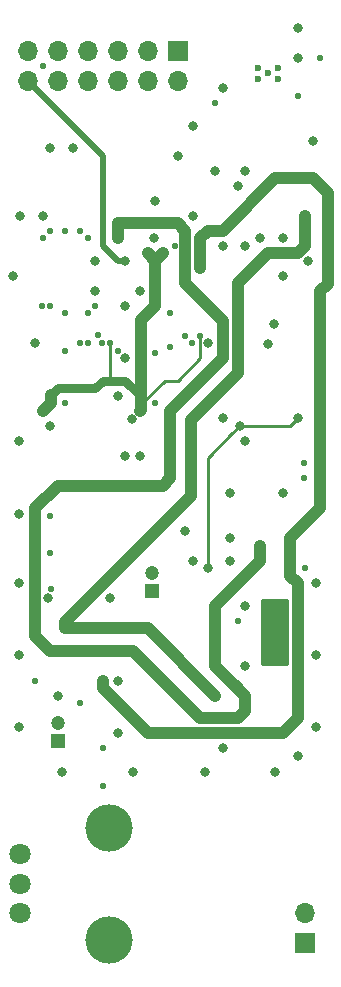
<source format=gbr>
%TF.GenerationSoftware,KiCad,Pcbnew,(5.1.5)-3*%
%TF.CreationDate,2020-11-01T10:25:43+01:00*%
%TF.ProjectId,PmodADC,506d6f64-4144-4432-9e6b-696361645f70,v0.2*%
%TF.SameCoordinates,Original*%
%TF.FileFunction,Copper,L2,Inr*%
%TF.FilePolarity,Positive*%
%FSLAX46Y46*%
G04 Gerber Fmt 4.6, Leading zero omitted, Abs format (unit mm)*
G04 Created by KiCad (PCBNEW (5.1.5)-3) date 2020-11-01 10:25:43*
%MOMM*%
%LPD*%
G04 APERTURE LIST*
%TA.AperFunction,ViaPad*%
%ADD10C,0.600000*%
%TD*%
%TA.AperFunction,WasherPad*%
%ADD11C,4.000000*%
%TD*%
%TA.AperFunction,ViaPad*%
%ADD12C,1.800000*%
%TD*%
%TA.AperFunction,ViaPad*%
%ADD13O,1.700000X1.700000*%
%TD*%
%TA.AperFunction,ViaPad*%
%ADD14R,1.700000X1.700000*%
%TD*%
%TA.AperFunction,ViaPad*%
%ADD15C,1.200000*%
%TD*%
%TA.AperFunction,ViaPad*%
%ADD16R,1.200000X1.200000*%
%TD*%
%TA.AperFunction,ViaPad*%
%ADD17C,0.550000*%
%TD*%
%TA.AperFunction,ViaPad*%
%ADD18C,0.800000*%
%TD*%
%TA.AperFunction,Conductor*%
%ADD19C,0.500000*%
%TD*%
%TA.AperFunction,Conductor*%
%ADD20C,0.250000*%
%TD*%
%TA.AperFunction,Conductor*%
%ADD21C,1.000000*%
%TD*%
%TA.AperFunction,Conductor*%
%ADD22C,0.750000*%
%TD*%
%TA.AperFunction,Conductor*%
%ADD23C,0.254000*%
%TD*%
G04 APERTURE END LIST*
D10*
%TO.N,GND*%
%TO.C,U4*%
X-112395000Y-23495000D03*
X-113255000Y-23975000D03*
X-111535000Y-23975000D03*
X-113255000Y-23015000D03*
X-111535000Y-23015000D03*
%TD*%
D11*
%TO.N,*%
%TO.C,R40*%
X-125850000Y-96865000D03*
X-125850000Y-87365000D03*
D12*
%TO.N,Net-(R40-Pad1)*%
X-133350000Y-94615000D03*
%TO.N,Net-(R39-Pad2)*%
X-133350000Y-92115000D03*
%TO.N,N/C*%
X-133350000Y-89615000D03*
%TD*%
D13*
%TO.N,+3V3*%
%TO.C,J3*%
X-132715000Y-24130000D03*
X-132715000Y-21590000D03*
%TO.N,GNDA*%
X-130175000Y-24130000D03*
%TO.N,GND*%
X-130175000Y-21590000D03*
%TO.N,/COMP_3V*%
X-127635000Y-24130000D03*
%TO.N,/S&H_3V*%
X-127635000Y-21590000D03*
%TO.N,/COMP_L_3V*%
X-125095000Y-24130000D03*
%TO.N,/ADC_S_3V*%
X-125095000Y-21590000D03*
%TO.N,Net-(J3-Pad4)*%
X-122555000Y-24130000D03*
%TO.N,/ADC_C_3V*%
X-122555000Y-21590000D03*
%TO.N,Net-(J3-Pad2)*%
X-120015000Y-24130000D03*
D14*
%TO.N,/ADC_L_3V*%
X-120015000Y-21590000D03*
%TD*%
D13*
%TO.N,Net-(C16-Pad1)*%
%TO.C,J1*%
X-109220000Y-94615000D03*
D14*
%TO.N,GNDA*%
X-109220000Y-97155000D03*
%TD*%
D15*
%TO.N,Net-(C23-Pad1)*%
%TO.C,C26*%
X-122174000Y-65810000D03*
D16*
%TO.N,Net-(C26-Pad1)*%
X-122174000Y-67310000D03*
%TD*%
%TO.N,Net-(C16-Pad1)*%
%TO.C,C16*%
X-130175000Y-80010000D03*
D15*
%TO.N,/DI*%
X-130175000Y-78510000D03*
%TD*%
D17*
%TO.N,GND*%
X-127635000Y-46355000D03*
D18*
X-133985000Y-40640000D03*
X-127000000Y-39370000D03*
X-124460000Y-43180000D03*
X-123190000Y-41910000D03*
X-132080000Y-46355000D03*
X-125095000Y-50800000D03*
X-124460000Y-47625000D03*
X-116205000Y-24765000D03*
X-116840000Y-31750000D03*
X-114300000Y-31750000D03*
X-108585000Y-29210000D03*
X-109855000Y-22225000D03*
X-109855000Y-19685000D03*
X-127000000Y-41930010D03*
X-117454990Y-46355000D03*
X-131445000Y-35560000D03*
X-133350000Y-35560000D03*
X-130810000Y-29845000D03*
X-128905000Y-29845000D03*
%TO.N,+3V3*%
X-124460000Y-39370000D03*
%TO.N,/Vref_5V*%
X-123190000Y-55880000D03*
X-109855000Y-52705000D03*
X-117475000Y-65405000D03*
X-114784948Y-53340000D03*
D17*
%TO.N,Net-(C16-Pad1)*%
X-126365000Y-83820000D03*
X-126365000Y-80645000D03*
D18*
%TO.N,+5VA*%
X-125095000Y-37465000D03*
X-125095000Y-36195000D03*
X-113030000Y-63500000D03*
D17*
%TO.N,Net-(C23-Pad1)*%
X-130810000Y-64135000D03*
X-130765394Y-67191974D03*
D18*
%TO.N,+9V*%
X-129540000Y-70485000D03*
X-116840000Y-76200000D03*
X-109220000Y-35560000D03*
X-109220000Y-36830000D03*
X-114935000Y-48895000D03*
X-109220000Y-38100000D03*
%TO.N,-5V*%
X-126365000Y-74930000D03*
D17*
X-109855000Y-78105000D03*
D18*
X-118110000Y-40005000D03*
X-118110000Y-38735000D03*
X-118110000Y-37465000D03*
D17*
%TO.N,+5V*%
X-118110000Y-45720000D03*
X-125730000Y-46355000D03*
D18*
X-122555000Y-38735000D03*
X-121285000Y-38735000D03*
X-123190000Y-52070000D03*
X-131445000Y-52070000D03*
D17*
%TO.N,/COMP_3V*%
X-116840000Y-26035000D03*
X-120285010Y-38093016D03*
%TO.N,/S&H_3V*%
X-130810000Y-36830000D03*
%TO.N,/COMP_L_3V*%
X-131445000Y-37465000D03*
X-131445000Y-22860000D03*
%TO.N,/ADC_S_3V*%
X-129540000Y-36830000D03*
%TO.N,/ADC_C_3V*%
X-128270000Y-36830000D03*
%TO.N,/ADC_L_3V*%
X-127635000Y-37465000D03*
%TO.N,Net-(JP7-Pad1)*%
X-111125000Y-73025000D03*
%TO.N,Net-(R2-Pad1)*%
X-109855000Y-25400000D03*
X-107950000Y-22225000D03*
%TO.N,Net-(R39-Pad2)*%
X-128270000Y-76835000D03*
%TO.N,Net-(R40-Pad1)*%
X-132080000Y-74930000D03*
%TO.N,/S&H*%
X-114935000Y-69850000D03*
X-109220000Y-65405000D03*
X-130810000Y-43180000D03*
%TO.N,Net-(U1-Pad9)*%
X-120650000Y-46639998D03*
X-125095000Y-46990000D03*
%TO.N,/ADC_C*%
X-127635000Y-43815000D03*
X-118795010Y-46355000D03*
X-126410013Y-46355000D03*
%TO.N,/ADC_L*%
X-119380000Y-45720000D03*
X-127000000Y-43180000D03*
X-126766051Y-45690012D03*
%TO.N,/ADC_S*%
X-129540000Y-43815000D03*
X-128315013Y-46355000D03*
%TO.N,Net-(U1-Pad15)*%
X-129540000Y-51435000D03*
X-129540000Y-46990000D03*
%TO.N,Net-(U2-Pad15)*%
X-121920000Y-51435000D03*
X-121920000Y-47170008D03*
%TO.N,/COMP*%
X-120650000Y-43815000D03*
X-109315002Y-56515000D03*
%TO.N,/COMP_L*%
X-109315002Y-57785000D03*
X-131490013Y-43180000D03*
D18*
%TO.N,GNDA*%
X-111887000Y-44712000D03*
X-108331000Y-66683000D03*
X-108331000Y-72779000D03*
X-108331000Y-78875000D03*
X-133477000Y-54618000D03*
X-133477000Y-60841000D03*
X-133477000Y-66683000D03*
X-133477000Y-72779000D03*
X-133477000Y-78875000D03*
X-129794000Y-82685000D03*
X-123825000Y-82685000D03*
X-117729000Y-82685000D03*
X-130175000Y-76200000D03*
X-116205000Y-80645000D03*
X-109855000Y-81280000D03*
X-125095000Y-79375000D03*
X-125095000Y-74930000D03*
X-125730000Y-67945000D03*
X-119380000Y-62230000D03*
X-115570000Y-62865000D03*
X-115570000Y-59055000D03*
X-114300000Y-54610000D03*
X-116205000Y-52705000D03*
X-130810000Y-53340000D03*
X-124460000Y-55880000D03*
X-111125000Y-59055000D03*
X-118745000Y-64770000D03*
X-115570000Y-64770000D03*
X-114300000Y-68580000D03*
X-114300000Y-73660000D03*
D17*
X-130810000Y-60960000D03*
D18*
X-118745000Y-27940000D03*
X-121920000Y-34290000D03*
X-118745000Y-35560000D03*
X-114300000Y-38100000D03*
X-116205000Y-38100000D03*
X-111125000Y-40640000D03*
X-113030000Y-37465000D03*
X-114935000Y-33020000D03*
X-120015000Y-30459990D03*
X-122040010Y-37469939D03*
X-111125000Y-37465000D03*
X-108980010Y-39370000D03*
X-123918328Y-52798328D03*
X-111760000Y-82685000D03*
X-131049990Y-67945000D03*
X-112395000Y-46375010D03*
%TD*%
D19*
%TO.N,+3V3*%
X-132715000Y-24130000D02*
X-126365000Y-30480000D01*
X-126365000Y-38100000D02*
X-125095000Y-39370000D01*
X-126365000Y-30480000D02*
X-126365000Y-38100000D01*
X-124460000Y-39370000D02*
X-125095000Y-39370000D01*
D20*
%TO.N,/Vref_5V*%
X-117324948Y-55880000D02*
X-115495880Y-54050932D01*
X-115495880Y-54050932D02*
X-114784948Y-53340000D01*
X-110490000Y-53340000D02*
X-109855000Y-52705000D01*
X-114784948Y-53340000D02*
X-110490000Y-53340000D01*
X-117475000Y-56030052D02*
X-115495880Y-54050932D01*
X-117475000Y-65405000D02*
X-117475000Y-56030052D01*
D21*
%TO.N,+5VA*%
X-113030000Y-63500000D02*
X-113030000Y-64770000D01*
X-113030000Y-64770000D02*
X-115570000Y-67310000D01*
X-115570000Y-67310000D02*
X-116840000Y-68580000D01*
X-116840000Y-68580000D02*
X-116840000Y-72390000D01*
X-116840000Y-72390000D02*
X-116840000Y-73660000D01*
X-116840000Y-78105000D02*
X-118110000Y-78105000D01*
X-116840000Y-73660000D02*
X-115570000Y-74930000D01*
X-115570000Y-74930000D02*
X-114935000Y-75565000D01*
X-118110000Y-78105000D02*
X-114935000Y-78105000D01*
X-114300000Y-77470000D02*
X-114300000Y-76200000D01*
X-114935000Y-78105000D02*
X-114300000Y-77470000D01*
X-115570000Y-74930000D02*
X-114300000Y-76200000D01*
X-125095000Y-36195000D02*
X-125095000Y-37465000D01*
X-119380000Y-36830000D02*
X-120015000Y-36195000D01*
X-120015000Y-36195000D02*
X-125095000Y-36195000D01*
X-119380000Y-41275000D02*
X-119380000Y-36830000D01*
X-118110000Y-78105000D02*
X-123825000Y-72390000D01*
X-132080000Y-60325000D02*
X-130175000Y-58420000D01*
X-116205000Y-47625000D02*
X-116205000Y-44450000D01*
X-123825000Y-72390000D02*
X-130810000Y-72390000D01*
X-116205000Y-44450000D02*
X-119380000Y-41275000D01*
X-130810000Y-72390000D02*
X-132080000Y-71120000D01*
X-130175000Y-58420000D02*
X-121285000Y-58420000D01*
X-132080000Y-71120000D02*
X-132080000Y-60325000D01*
X-121285000Y-58420000D02*
X-120650000Y-57785000D01*
X-120650000Y-57785000D02*
X-120650000Y-52070000D01*
X-120650000Y-52070000D02*
X-116205000Y-47625000D01*
%TO.N,+9V*%
X-114935000Y-48895000D02*
X-114935000Y-41275000D01*
X-114935000Y-41275000D02*
X-112395000Y-38735000D01*
X-112395000Y-38735000D02*
X-109855000Y-38735000D01*
X-109855000Y-38735000D02*
X-109220000Y-38100000D01*
X-109220000Y-38100000D02*
X-109220000Y-35560000D01*
X-122555000Y-70485000D02*
X-116840000Y-76200000D01*
X-129540000Y-70485000D02*
X-122555000Y-70485000D01*
X-118884991Y-52844991D02*
X-118884991Y-59264306D01*
X-129540000Y-69919315D02*
X-129540000Y-70485000D01*
X-114935000Y-48895000D02*
X-118884991Y-52844991D01*
X-118884991Y-59264306D02*
X-129540000Y-69919315D01*
%TO.N,-5V*%
X-126365000Y-74930000D02*
X-126365000Y-75565000D01*
X-126365000Y-75565000D02*
X-122555000Y-79375000D01*
X-122555000Y-79375000D02*
X-111125000Y-79375000D01*
X-111125000Y-79375000D02*
X-109855000Y-78105000D01*
X-109855000Y-78105000D02*
X-109855000Y-66675000D01*
X-109855000Y-66675000D02*
X-110490000Y-66040000D01*
X-110490000Y-66040000D02*
X-110490000Y-62865000D01*
X-110490000Y-62865000D02*
X-107950000Y-60325000D01*
X-107950000Y-60325000D02*
X-107950000Y-41910000D01*
X-107950000Y-41910000D02*
X-107335010Y-41295010D01*
X-107335010Y-41295010D02*
X-107335010Y-36195000D01*
X-107335010Y-36195000D02*
X-107335010Y-33634990D01*
X-107335010Y-33634990D02*
X-108585000Y-32385000D01*
X-108585000Y-32385000D02*
X-111760000Y-32385000D01*
X-111760000Y-32385000D02*
X-116205000Y-36830000D01*
X-116205000Y-36830000D02*
X-117475000Y-36830000D01*
X-117475000Y-36830000D02*
X-118110000Y-37465000D01*
X-118110000Y-37465000D02*
X-118110000Y-38735000D01*
X-118110000Y-38735000D02*
X-118110000Y-40005000D01*
D22*
%TO.N,+5V*%
X-130764682Y-51531465D02*
X-130764682Y-50754682D01*
X-130764682Y-50754682D02*
X-130175000Y-50165000D01*
X-130175000Y-50165000D02*
X-127000000Y-50165000D01*
X-127000000Y-50165000D02*
X-126365000Y-49530000D01*
X-123144682Y-50845318D02*
X-123144682Y-51531465D01*
X-124460000Y-49530000D02*
X-123144682Y-50845318D01*
D21*
X-123144682Y-51531465D02*
X-123144682Y-50119682D01*
D20*
X-118110000Y-47625000D02*
X-118110000Y-45720000D01*
D22*
X-126365000Y-49530000D02*
X-125730000Y-49530000D01*
D20*
X-125730000Y-49530000D02*
X-125730000Y-46355000D01*
D22*
X-125730000Y-49530000D02*
X-124460000Y-49530000D01*
D21*
X-123144682Y-51531465D02*
X-123144682Y-44404682D01*
X-123144682Y-44404682D02*
X-121920000Y-43180000D01*
X-121920000Y-43180000D02*
X-121920000Y-39370000D01*
X-121920000Y-39370000D02*
X-122555000Y-38735000D01*
X-121920000Y-39370000D02*
X-121285000Y-38735000D01*
D20*
X-118110000Y-47625000D02*
X-120015000Y-49530000D01*
X-121143217Y-49530000D02*
X-123144682Y-51531465D01*
X-120015000Y-49530000D02*
X-121143217Y-49530000D01*
D21*
X-123144682Y-51531465D02*
X-123144682Y-52024682D01*
X-123144682Y-52024682D02*
X-123190000Y-52070000D01*
X-130764682Y-50754682D02*
X-130764682Y-51389682D01*
X-130764682Y-51389682D02*
X-131445000Y-52070000D01*
%TD*%
D23*
%TO.N,Net-(JP7-Pad1)*%
G36*
X-110736000Y-73533000D02*
G01*
X-112903000Y-73533000D01*
X-112903000Y-68072000D01*
X-110735999Y-68072000D01*
X-110736000Y-73533000D01*
G37*
X-110736000Y-73533000D02*
X-112903000Y-73533000D01*
X-112903000Y-68072000D01*
X-110735999Y-68072000D01*
X-110736000Y-73533000D01*
%TD*%
M02*

</source>
